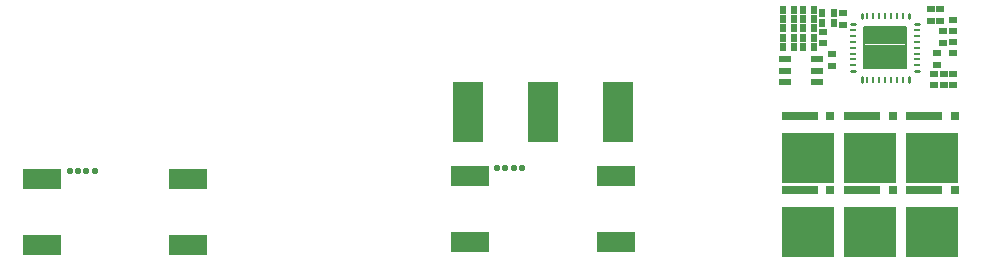
<source format=gbr>
G04 EAGLE Gerber RS-274X export*
G75*
%MOMM*%
%FSLAX34Y34*%
%LPD*%
%INSolderpaste Bottom*%
%IPPOS*%
%AMOC8*
5,1,8,0,0,1.08239X$1,22.5*%
G01*
%ADD10C,0.230000*%
%ADD11R,0.230000X0.600000*%
%ADD12R,0.600000X0.230000*%
%ADD13C,0.185000*%
%ADD14R,4.500000X4.200000*%
%ADD15R,3.100000X0.700000*%
%ADD16R,0.700000X0.700000*%
%ADD17R,0.700000X0.600000*%
%ADD18R,0.600000X0.700000*%
%ADD19R,1.000000X0.500000*%
%ADD20R,3.200000X1.800000*%
%ADD21C,0.558800*%
%ADD22R,2.540000X5.080000*%


D10*
X843214Y262679D02*
X843214Y266379D01*
D11*
X838214Y264529D03*
X833214Y264529D03*
X828214Y264529D03*
X823214Y264529D03*
X818214Y264529D03*
X813214Y264529D03*
X808214Y264529D03*
D10*
X803214Y262679D02*
X803214Y266379D01*
X798064Y271529D02*
X794364Y271529D01*
D12*
X796214Y276529D03*
X796214Y281529D03*
X796214Y286529D03*
X796214Y291529D03*
X796214Y296529D03*
X796214Y301529D03*
X796214Y306529D03*
D10*
X794364Y311529D02*
X798064Y311529D01*
X803214Y316679D02*
X803214Y320379D01*
D11*
X808214Y318529D03*
X813214Y318529D03*
X818214Y318529D03*
X823214Y318529D03*
X828214Y318529D03*
X833214Y318529D03*
X838214Y318529D03*
D10*
X843214Y320379D02*
X843214Y316679D01*
X848364Y311529D02*
X852064Y311529D01*
D12*
X850214Y306529D03*
X850214Y301529D03*
X850214Y296529D03*
X850214Y291529D03*
X850214Y286529D03*
X850214Y281529D03*
X850214Y276529D03*
D10*
X852064Y271529D02*
X848364Y271529D01*
D13*
X840789Y273954D02*
X840789Y309104D01*
X840789Y273954D02*
X805639Y273954D01*
X805639Y309104D01*
X840789Y309104D01*
X840789Y275711D02*
X805639Y275711D01*
X805639Y277468D02*
X840789Y277468D01*
X840789Y279225D02*
X805639Y279225D01*
X805639Y280982D02*
X840789Y280982D01*
X840789Y282739D02*
X805639Y282739D01*
X805639Y284496D02*
X840789Y284496D01*
X840789Y286253D02*
X805639Y286253D01*
X805639Y288010D02*
X840789Y288010D01*
X840789Y289767D02*
X805639Y289767D01*
X805639Y291524D02*
X840789Y291524D01*
X840789Y293281D02*
X805639Y293281D01*
X805639Y295038D02*
X840789Y295038D01*
X840789Y296795D02*
X805639Y296795D01*
X805639Y298552D02*
X840789Y298552D01*
X840789Y300309D02*
X805639Y300309D01*
X805639Y302066D02*
X840789Y302066D01*
X840789Y303823D02*
X805639Y303823D01*
X805639Y305580D02*
X840789Y305580D01*
X840789Y307337D02*
X805639Y307337D01*
X805639Y309094D02*
X840789Y309094D01*
D14*
X757727Y135491D03*
D15*
X750727Y170991D03*
D16*
X776727Y170991D03*
D14*
X757727Y198229D03*
D15*
X750727Y233729D03*
D16*
X776727Y233729D03*
D14*
X810495Y198229D03*
D15*
X803495Y233729D03*
D16*
X829495Y233729D03*
D14*
X810495Y135491D03*
D15*
X803495Y170991D03*
D16*
X829495Y170991D03*
D14*
X863264Y135491D03*
D15*
X856264Y170991D03*
D16*
X882264Y170991D03*
D14*
X863264Y198229D03*
D15*
X856264Y233729D03*
D16*
X882264Y233729D03*
D17*
X862013Y323961D03*
X862013Y313961D03*
X872617Y305292D03*
X872617Y295292D03*
X880491Y315261D03*
X880491Y305261D03*
X880491Y296656D03*
X880491Y286656D03*
X867029Y276623D03*
X867029Y286623D03*
X869887Y323961D03*
X869887Y313961D03*
X872744Y259605D03*
X872744Y269605D03*
X787527Y320913D03*
X787527Y310913D03*
X864870Y259605D03*
X864870Y269605D03*
D18*
X753254Y307721D03*
X763254Y307721D03*
X736363Y299847D03*
X746363Y299847D03*
X763254Y299847D03*
X753254Y299847D03*
D17*
X770636Y305165D03*
X770636Y295165D03*
D18*
X753254Y323469D03*
X763254Y323469D03*
X736363Y323469D03*
X746363Y323469D03*
X763254Y291973D03*
X753254Y291973D03*
X746363Y315595D03*
X736363Y315595D03*
X746363Y307721D03*
X736363Y307721D03*
D19*
X765366Y281496D03*
X765366Y271996D03*
X765366Y262496D03*
X738366Y281496D03*
X738366Y271996D03*
X738366Y262496D03*
D18*
X746363Y291973D03*
X736363Y291973D03*
X763254Y315595D03*
X753254Y315595D03*
X780145Y320421D03*
X770145Y320421D03*
X770145Y312547D03*
X780145Y312547D03*
D17*
X778129Y276115D03*
X778129Y286115D03*
X880618Y259605D03*
X880618Y269605D03*
D20*
X471551Y183194D03*
X471551Y127194D03*
X594995Y182940D03*
X594995Y126940D03*
D21*
X494729Y189611D03*
X501714Y189611D03*
X508699Y189611D03*
X515684Y189611D03*
D22*
X469646Y237236D03*
X533146Y237236D03*
X596646Y237236D03*
D20*
X109601Y124654D03*
X109601Y180654D03*
X233299Y124654D03*
X233299Y180654D03*
D21*
X133033Y187325D03*
X140018Y187325D03*
X147003Y187325D03*
X153988Y187325D03*
M02*

</source>
